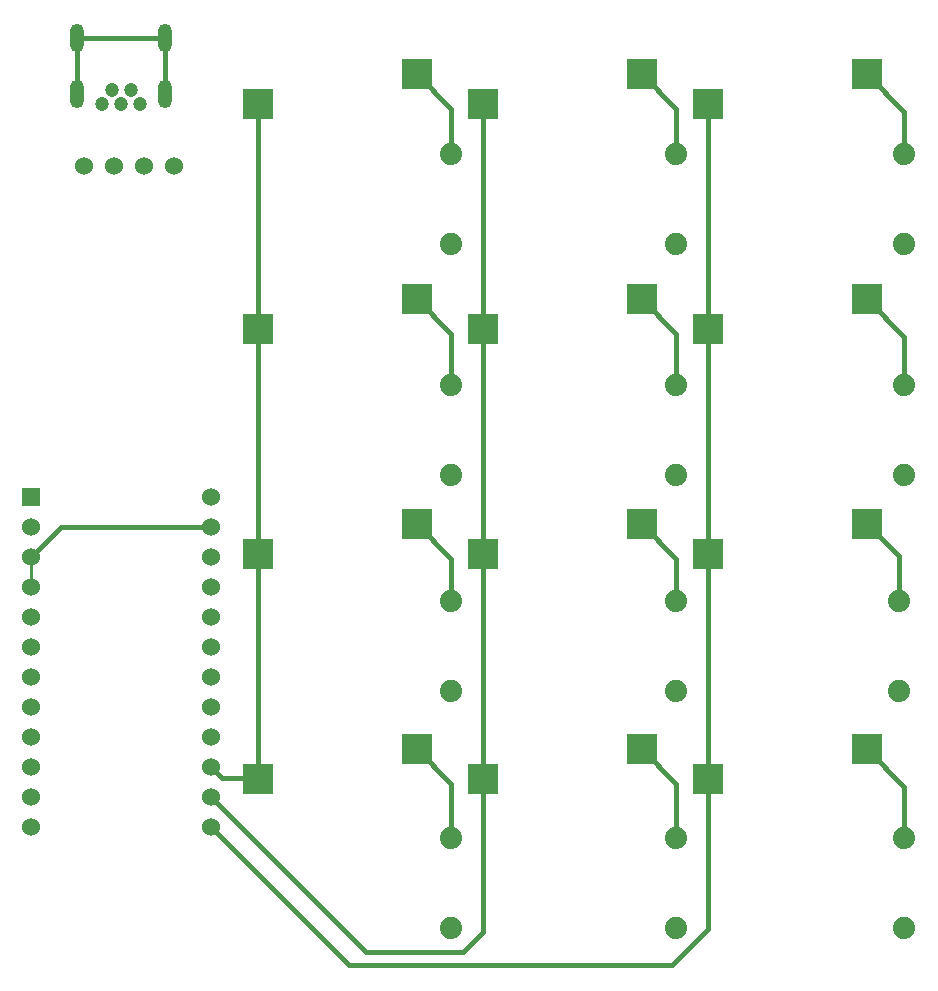
<source format=gbl>
G04 Layer: BottomLayer*
G04 EasyEDA v6.5.14, 2022-08-21 10:02:06*
G04 f0c9403b1c134f068d22612342c05ff7,da7caadd334e45d081e68ba313aefb3e,10*
G04 Gerber Generator version 0.2*
G04 Scale: 100 percent, Rotated: No, Reflected: No *
G04 Dimensions in millimeters *
G04 leading zeros omitted , absolute positions ,4 integer and 5 decimal *
%FSLAX45Y45*%
%MOMM*%

%AMMACRO1*4,1,4,-1.275,1.25,-1.275,-1.25,1.275,-1.25,1.275,1.25,-1.275,1.25,0*%
%AMMACRO2*4,1,4,-1.275,1.25,1.275,1.25,1.275,-1.25,-1.275,-1.25,-1.275,1.25,0*%
%ADD10C,0.4000*%
%ADD11C,0.2540*%
%ADD12MACRO1*%
%ADD13MACRO2*%
%ADD14C,1.5240*%
%ADD15C,1.8796*%
%ADD16O,1.1999976X2.3999952*%
%ADD17C,1.2000*%
%ADD18R,1.5240X1.5240*%

%LPD*%
D10*
X8458708Y-2425700D02*
G01*
X8458708Y-3695192D01*
X8153400Y-4000500D01*
X5422900Y-4000500D01*
X4254500Y-2832100D01*
X6553809Y-2425700D02*
G01*
X6553809Y-3720490D01*
X6388100Y-3886200D01*
X5562600Y-3886200D01*
X4254500Y-2578100D01*
X10121902Y2870200D02*
G01*
X10121902Y3225187D01*
X9803790Y3543300D01*
X8191502Y2870200D02*
G01*
X8191502Y3250587D01*
X7898790Y3543300D01*
X6286500Y2870200D02*
G01*
X6286500Y3250590D01*
X5993790Y3543300D01*
X6286500Y914400D02*
G01*
X6286500Y1345590D01*
X5993790Y1638300D01*
X8191500Y914397D02*
G01*
X8191500Y1345590D01*
X7898790Y1638300D01*
X10121900Y914397D02*
G01*
X10121900Y1320190D01*
X9803790Y1638300D01*
X10074653Y-914400D02*
G01*
X10074653Y-537563D01*
X9803790Y-266700D01*
X8191500Y-914400D02*
G01*
X8191500Y-559409D01*
X7898790Y-266700D01*
X6286500Y-914400D02*
G01*
X6286500Y-559409D01*
X5993790Y-266700D01*
X6286500Y-2921000D02*
G01*
X6286500Y-2464409D01*
X5993790Y-2171700D01*
X8191500Y-2921002D02*
G01*
X8191500Y-2464409D01*
X7898790Y-2171700D01*
X10121900Y-2921002D02*
G01*
X10121900Y-2489809D01*
X9803790Y-2171700D01*
X3120504Y3851287D02*
G01*
X3120504Y3376284D01*
X3864495Y3851287D02*
G01*
X3120504Y3851287D01*
X3864495Y3376284D02*
G01*
X3864495Y3851287D01*
D11*
X2730500Y-546100D02*
G01*
X2730500Y-800100D01*
D10*
X8458807Y-2425700D02*
G01*
X8458807Y-520702D01*
X8458809Y-520700D01*
X4648809Y1384300D02*
G01*
X4648807Y1384297D01*
X4648807Y-520700D01*
X6553809Y1384300D02*
G01*
X6553809Y-520697D01*
X6553807Y-520700D01*
X8458809Y1384300D02*
G01*
X8458807Y1384297D01*
X8458807Y-520700D01*
X8458809Y3289300D02*
G01*
X8458807Y3289297D01*
X8458807Y1384300D01*
X4648809Y3289300D02*
G01*
X4648809Y1384302D01*
X4648807Y1384300D01*
X6553809Y3289300D02*
G01*
X6553809Y1384302D01*
X6553807Y1384300D01*
X4254500Y-292100D02*
G01*
X2984500Y-292100D01*
X2730500Y-546100D01*
X4661514Y-2413000D02*
G01*
X4343400Y-2413000D01*
X4254500Y-2324100D01*
X4648809Y-520700D02*
G01*
X4648809Y-2400289D01*
X4661519Y-2413000D01*
X6553807Y-520700D02*
G01*
X6553807Y-2425697D01*
X6553809Y-2425700D01*
D12*
G01*
X5993800Y3543300D03*
D13*
G01*
X4648799Y3289300D03*
D12*
G01*
X7898800Y3543300D03*
D13*
G01*
X6553799Y3289300D03*
D12*
G01*
X9803800Y3543300D03*
D13*
G01*
X8458799Y3289300D03*
D12*
G01*
X9803799Y1638300D03*
D13*
G01*
X8458798Y1384300D03*
D12*
G01*
X7898800Y1638300D03*
D13*
G01*
X6553799Y1384300D03*
D12*
G01*
X5993800Y1638300D03*
D13*
G01*
X4648799Y1384300D03*
D12*
G01*
X5993799Y-2171700D03*
D13*
G01*
X4648798Y-2425700D03*
D12*
G01*
X7898800Y-2171700D03*
D13*
G01*
X6553799Y-2425700D03*
D12*
G01*
X9803800Y-2171700D03*
D13*
G01*
X8458799Y-2425700D03*
D12*
G01*
X9803800Y-266700D03*
D13*
G01*
X8458799Y-520700D03*
D12*
G01*
X7898800Y-266700D03*
D13*
G01*
X6553799Y-520700D03*
D12*
G01*
X5993799Y-266700D03*
D13*
G01*
X4648798Y-520700D03*
D14*
G01*
X3175000Y2768600D03*
G01*
X3429000Y2768600D03*
G01*
X3937000Y2768600D03*
G01*
X3683000Y2768600D03*
D15*
G01*
X6286500Y2870200D03*
G01*
X6286500Y2108200D03*
G01*
X8191502Y2870200D03*
G01*
X8191502Y2108200D03*
G01*
X10121902Y2870200D03*
G01*
X10121902Y2108200D03*
G01*
X10121900Y914397D03*
G01*
X10121900Y152397D03*
G01*
X8191500Y914397D03*
G01*
X8191500Y152397D03*
G01*
X6286500Y914400D03*
G01*
X6286500Y152400D03*
G01*
X6286500Y-2921000D03*
G01*
X6286500Y-3683000D03*
G01*
X8191500Y-2921002D03*
G01*
X8191500Y-3683002D03*
G01*
X10121900Y-2921002D03*
G01*
X10121900Y-3683002D03*
G01*
X10074653Y-914400D03*
G01*
X10074653Y-1676400D03*
G01*
X8191500Y-914400D03*
G01*
X8191500Y-1676400D03*
G01*
X6286500Y-914400D03*
G01*
X6286500Y-1676400D03*
D16*
G01*
X3864483Y3851275D03*
G01*
X3864483Y3376269D03*
G01*
X3120516Y3376269D03*
D17*
G01*
X3330524Y3286099D03*
G01*
X3490518Y3286099D03*
G01*
X3410534Y3406470D03*
G01*
X3570528Y3406470D03*
G01*
X3650513Y3286099D03*
D16*
G01*
X3120516Y3851275D03*
D18*
G01*
X2730500Y-38100D03*
D14*
G01*
X2730500Y-292100D03*
G01*
X2730500Y-546100D03*
G01*
X2730500Y-800100D03*
G01*
X2730500Y-1054100D03*
G01*
X2730500Y-1308100D03*
G01*
X2730500Y-1562100D03*
G01*
X2730500Y-1816100D03*
G01*
X2730500Y-2070100D03*
G01*
X2730500Y-2324100D03*
G01*
X2730500Y-2578100D03*
G01*
X2730500Y-2832100D03*
G01*
X4254500Y-2832100D03*
G01*
X4254500Y-2578100D03*
G01*
X4254500Y-2324100D03*
G01*
X4254500Y-2070100D03*
G01*
X4254500Y-1816100D03*
G01*
X4254500Y-1562100D03*
G01*
X4254500Y-1308100D03*
G01*
X4254500Y-1054100D03*
G01*
X4254500Y-800100D03*
G01*
X4254500Y-546100D03*
G01*
X4254500Y-292100D03*
G01*
X4254500Y-38100D03*
M02*

</source>
